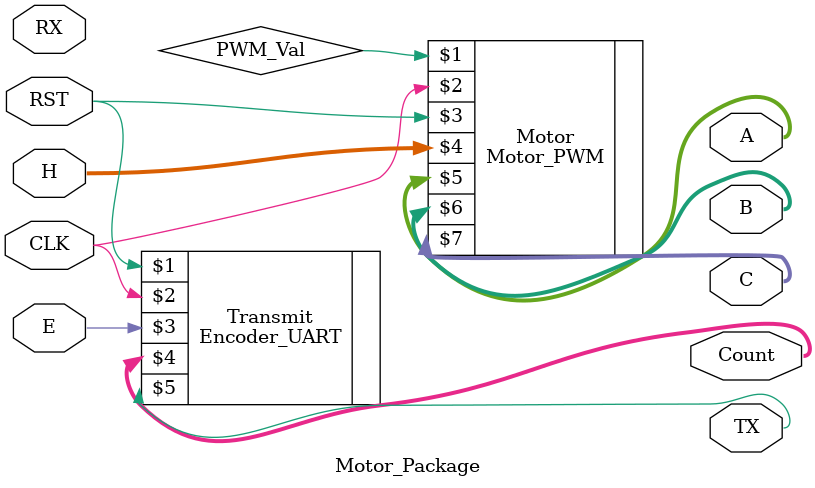
<source format=v>
`timescale 1ns / 1ps
module Motor_Package(input RST, input CLK, input E, input RX, input [2:0] H, output [1:0] A, output [1:0] B, output [1:0] C, output [7:0] Count, output TX );
	wire PWM_Val;
	wire Enc_In;
	
	Encoder_UART Transmit (RST, CLK, E, Count, TX);
	Motor_PWM Motor(PWM_Val, CLK, RST, H, A, B, C);

endmodule

</source>
